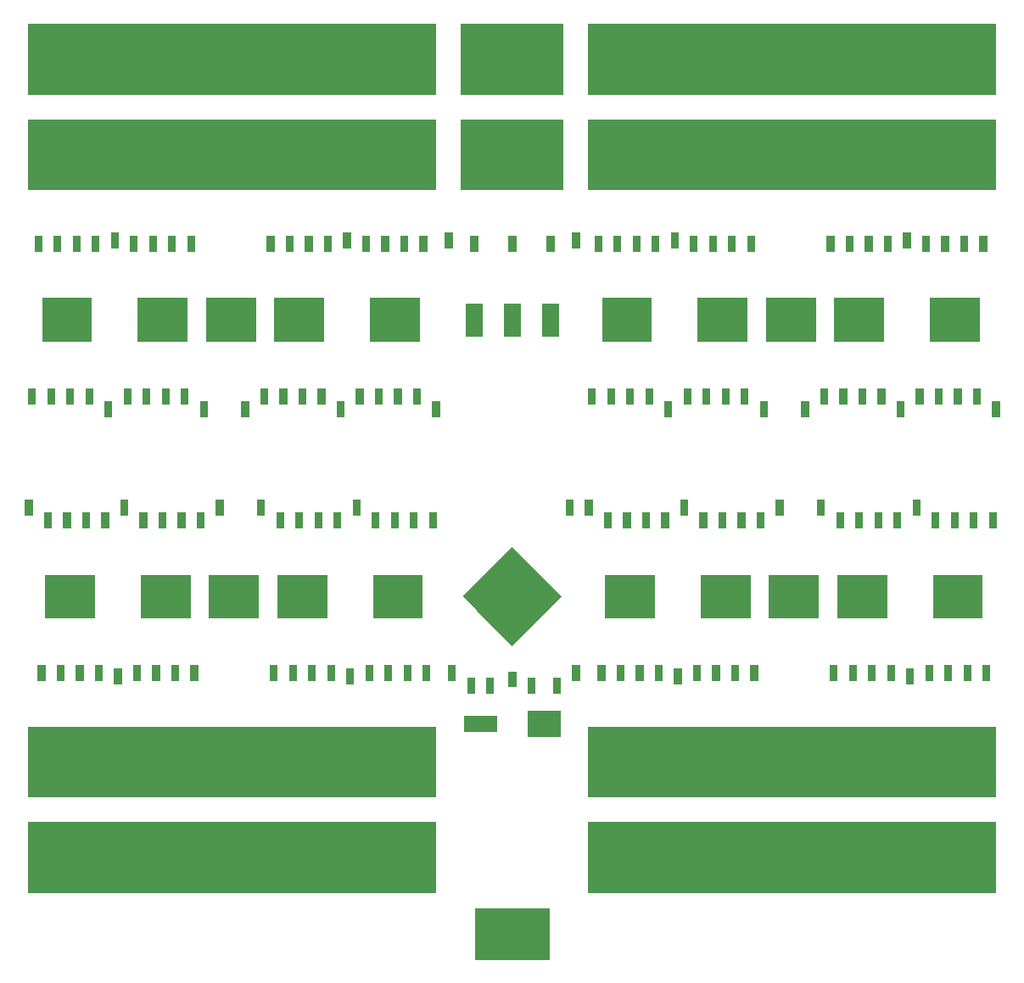
<source format=gbr>
G04 #@! TF.FileFunction,Other,User*
%FSLAX46Y46*%
G04 Gerber Fmt 4.6, Leading zero omitted, Abs format (unit mm)*
G04 Created by KiCad (PCBNEW 0.201511251016+6329~38~ubuntu15.10.1-stable) date tis  1 dec 2015 15:17:35*
%MOMM*%
G01*
G04 APERTURE LIST*
%ADD10C,0.149860*%
%ADD11C,0.100000*%
G04 APERTURE END LIST*
D10*
D11*
G36*
X77775000Y-101302500D02*
X80975000Y-101302500D01*
X80975000Y-103802500D01*
X77775000Y-103802500D01*
X77775000Y-101302500D01*
G37*
X77775000Y-101302500D02*
X80975000Y-101302500D01*
X80975000Y-103802500D01*
X77775000Y-103802500D01*
X77775000Y-101302500D01*
G36*
X79660000Y-55360000D02*
X79660000Y-53860000D01*
X80360000Y-53860000D01*
X80360000Y-55360000D01*
X79660000Y-55360000D01*
G37*
X79660000Y-55360000D02*
X79660000Y-53860000D01*
X80360000Y-53860000D01*
X80360000Y-55360000D01*
X79660000Y-55360000D01*
G36*
X75850000Y-55360000D02*
X75850000Y-53860000D01*
X76550000Y-53860000D01*
X76550000Y-55360000D01*
X75850000Y-55360000D01*
G37*
X75850000Y-55360000D02*
X75850000Y-53860000D01*
X76550000Y-53860000D01*
X76550000Y-55360000D01*
X75850000Y-55360000D01*
G36*
X72040000Y-55360000D02*
X72040000Y-53860000D01*
X72740000Y-53860000D01*
X72740000Y-55360000D01*
X72040000Y-55360000D01*
G37*
X72040000Y-55360000D02*
X72040000Y-53860000D01*
X72740000Y-53860000D01*
X72740000Y-55360000D01*
X72040000Y-55360000D01*
G36*
X71722500Y-99492500D02*
X71722500Y-97992500D01*
X72422500Y-97992500D01*
X72422500Y-99492500D01*
X71722500Y-99492500D01*
G37*
X71722500Y-99492500D02*
X71722500Y-97992500D01*
X72422500Y-97992500D01*
X72422500Y-99492500D01*
X71722500Y-99492500D01*
G36*
X73627500Y-99492500D02*
X73627500Y-97992500D01*
X74327500Y-97992500D01*
X74327500Y-99492500D01*
X73627500Y-99492500D01*
G37*
X73627500Y-99492500D02*
X73627500Y-97992500D01*
X74327500Y-97992500D01*
X74327500Y-99492500D01*
X73627500Y-99492500D01*
G36*
X81565000Y-81712500D02*
X81565000Y-80212500D01*
X82265000Y-80212500D01*
X82265000Y-81712500D01*
X81565000Y-81712500D01*
G37*
X81565000Y-81712500D02*
X81565000Y-80212500D01*
X82265000Y-80212500D01*
X82265000Y-81712500D01*
X81565000Y-81712500D01*
G36*
X34957500Y-53860000D02*
X34957500Y-55360000D01*
X34257500Y-55360000D01*
X34257500Y-53860000D01*
X34957500Y-53860000D01*
G37*
X34957500Y-53860000D02*
X34957500Y-55360000D01*
X34257500Y-55360000D01*
X34257500Y-53860000D01*
X34957500Y-53860000D01*
G36*
X28607500Y-69100000D02*
X28607500Y-70600000D01*
X27907500Y-70600000D01*
X27907500Y-69100000D01*
X28607500Y-69100000D01*
G37*
X28607500Y-69100000D02*
X28607500Y-70600000D01*
X27907500Y-70600000D01*
X27907500Y-69100000D01*
X28607500Y-69100000D01*
G36*
X44482500Y-53860000D02*
X44482500Y-55360000D01*
X43782500Y-55360000D01*
X43782500Y-53860000D01*
X44482500Y-53860000D01*
G37*
X44482500Y-53860000D02*
X44482500Y-55360000D01*
X43782500Y-55360000D01*
X43782500Y-53860000D01*
X44482500Y-53860000D01*
G36*
X38132500Y-69100000D02*
X38132500Y-70600000D01*
X37432500Y-70600000D01*
X37432500Y-69100000D01*
X38132500Y-69100000D01*
G37*
X38132500Y-69100000D02*
X38132500Y-70600000D01*
X37432500Y-70600000D01*
X37432500Y-69100000D01*
X38132500Y-69100000D01*
G36*
X58135000Y-53860000D02*
X58135000Y-55360000D01*
X57435000Y-55360000D01*
X57435000Y-53860000D01*
X58135000Y-53860000D01*
G37*
X58135000Y-53860000D02*
X58135000Y-55360000D01*
X57435000Y-55360000D01*
X57435000Y-53860000D01*
X58135000Y-53860000D01*
G36*
X51785000Y-69100000D02*
X51785000Y-70600000D01*
X51085000Y-70600000D01*
X51085000Y-69100000D01*
X51785000Y-69100000D01*
G37*
X51785000Y-69100000D02*
X51785000Y-70600000D01*
X51085000Y-70600000D01*
X51085000Y-69100000D01*
X51785000Y-69100000D01*
G36*
X67660000Y-53860000D02*
X67660000Y-55360000D01*
X66960000Y-55360000D01*
X66960000Y-53860000D01*
X67660000Y-53860000D01*
G37*
X67660000Y-53860000D02*
X67660000Y-55360000D01*
X66960000Y-55360000D01*
X66960000Y-53860000D01*
X67660000Y-53860000D01*
G36*
X61310000Y-69100000D02*
X61310000Y-70600000D01*
X60610000Y-70600000D01*
X60610000Y-69100000D01*
X61310000Y-69100000D01*
G37*
X61310000Y-69100000D02*
X61310000Y-70600000D01*
X60610000Y-70600000D01*
X60610000Y-69100000D01*
X61310000Y-69100000D01*
G36*
X90837500Y-53860000D02*
X90837500Y-55360000D01*
X90137500Y-55360000D01*
X90137500Y-53860000D01*
X90837500Y-53860000D01*
G37*
X90837500Y-53860000D02*
X90837500Y-55360000D01*
X90137500Y-55360000D01*
X90137500Y-53860000D01*
X90837500Y-53860000D01*
G36*
X84487500Y-69100000D02*
X84487500Y-70600000D01*
X83787500Y-70600000D01*
X83787500Y-69100000D01*
X84487500Y-69100000D01*
G37*
X84487500Y-69100000D02*
X84487500Y-70600000D01*
X83787500Y-70600000D01*
X83787500Y-69100000D01*
X84487500Y-69100000D01*
G36*
X100362500Y-53860000D02*
X100362500Y-55360000D01*
X99662500Y-55360000D01*
X99662500Y-53860000D01*
X100362500Y-53860000D01*
G37*
X100362500Y-53860000D02*
X100362500Y-55360000D01*
X99662500Y-55360000D01*
X99662500Y-53860000D01*
X100362500Y-53860000D01*
G36*
X94012500Y-69100000D02*
X94012500Y-70600000D01*
X93312500Y-70600000D01*
X93312500Y-69100000D01*
X94012500Y-69100000D01*
G37*
X94012500Y-69100000D02*
X94012500Y-70600000D01*
X93312500Y-70600000D01*
X93312500Y-69100000D01*
X94012500Y-69100000D01*
G36*
X114015000Y-53860000D02*
X114015000Y-55360000D01*
X113315000Y-55360000D01*
X113315000Y-53860000D01*
X114015000Y-53860000D01*
G37*
X114015000Y-53860000D02*
X114015000Y-55360000D01*
X113315000Y-55360000D01*
X113315000Y-53860000D01*
X114015000Y-53860000D01*
G36*
X107665000Y-69100000D02*
X107665000Y-70600000D01*
X106965000Y-70600000D01*
X106965000Y-69100000D01*
X107665000Y-69100000D01*
G37*
X107665000Y-69100000D02*
X107665000Y-70600000D01*
X106965000Y-70600000D01*
X106965000Y-69100000D01*
X107665000Y-69100000D01*
G36*
X123540000Y-53860000D02*
X123540000Y-55360000D01*
X122840000Y-55360000D01*
X122840000Y-53860000D01*
X123540000Y-53860000D01*
G37*
X123540000Y-53860000D02*
X123540000Y-55360000D01*
X122840000Y-55360000D01*
X122840000Y-53860000D01*
X123540000Y-53860000D01*
G36*
X117190000Y-69100000D02*
X117190000Y-70600000D01*
X116490000Y-70600000D01*
X116490000Y-69100000D01*
X117190000Y-69100000D01*
G37*
X117190000Y-69100000D02*
X117190000Y-70600000D01*
X116490000Y-70600000D01*
X116490000Y-69100000D01*
X117190000Y-69100000D01*
G36*
X33052500Y-53860000D02*
X33052500Y-55360000D01*
X32352500Y-55360000D01*
X32352500Y-53860000D01*
X33052500Y-53860000D01*
G37*
X33052500Y-53860000D02*
X33052500Y-55360000D01*
X32352500Y-55360000D01*
X32352500Y-53860000D01*
X33052500Y-53860000D01*
G36*
X30512500Y-69100000D02*
X30512500Y-70600000D01*
X29812500Y-70600000D01*
X29812500Y-69100000D01*
X30512500Y-69100000D01*
G37*
X30512500Y-69100000D02*
X30512500Y-70600000D01*
X29812500Y-70600000D01*
X29812500Y-69100000D01*
X30512500Y-69100000D01*
G36*
X42577500Y-53860000D02*
X42577500Y-55360000D01*
X41877500Y-55360000D01*
X41877500Y-53860000D01*
X42577500Y-53860000D01*
G37*
X42577500Y-53860000D02*
X42577500Y-55360000D01*
X41877500Y-55360000D01*
X41877500Y-53860000D01*
X42577500Y-53860000D01*
G36*
X40037500Y-69100000D02*
X40037500Y-70600000D01*
X39337500Y-70600000D01*
X39337500Y-69100000D01*
X40037500Y-69100000D01*
G37*
X40037500Y-69100000D02*
X40037500Y-70600000D01*
X39337500Y-70600000D01*
X39337500Y-69100000D01*
X40037500Y-69100000D01*
G36*
X56230000Y-53860000D02*
X56230000Y-55360000D01*
X55530000Y-55360000D01*
X55530000Y-53860000D01*
X56230000Y-53860000D01*
G37*
X56230000Y-53860000D02*
X56230000Y-55360000D01*
X55530000Y-55360000D01*
X55530000Y-53860000D01*
X56230000Y-53860000D01*
G36*
X53690000Y-69100000D02*
X53690000Y-70600000D01*
X52990000Y-70600000D01*
X52990000Y-69100000D01*
X53690000Y-69100000D01*
G37*
X53690000Y-69100000D02*
X53690000Y-70600000D01*
X52990000Y-70600000D01*
X52990000Y-69100000D01*
X53690000Y-69100000D01*
G36*
X65755000Y-53860000D02*
X65755000Y-55360000D01*
X65055000Y-55360000D01*
X65055000Y-53860000D01*
X65755000Y-53860000D01*
G37*
X65755000Y-53860000D02*
X65755000Y-55360000D01*
X65055000Y-55360000D01*
X65055000Y-53860000D01*
X65755000Y-53860000D01*
G36*
X63215000Y-69100000D02*
X63215000Y-70600000D01*
X62515000Y-70600000D01*
X62515000Y-69100000D01*
X63215000Y-69100000D01*
G37*
X63215000Y-69100000D02*
X63215000Y-70600000D01*
X62515000Y-70600000D01*
X62515000Y-69100000D01*
X63215000Y-69100000D01*
G36*
X88932500Y-53860000D02*
X88932500Y-55360000D01*
X88232500Y-55360000D01*
X88232500Y-53860000D01*
X88932500Y-53860000D01*
G37*
X88932500Y-53860000D02*
X88932500Y-55360000D01*
X88232500Y-55360000D01*
X88232500Y-53860000D01*
X88932500Y-53860000D01*
G36*
X86392500Y-69100000D02*
X86392500Y-70600000D01*
X85692500Y-70600000D01*
X85692500Y-69100000D01*
X86392500Y-69100000D01*
G37*
X86392500Y-69100000D02*
X86392500Y-70600000D01*
X85692500Y-70600000D01*
X85692500Y-69100000D01*
X86392500Y-69100000D01*
G36*
X98457500Y-53860000D02*
X98457500Y-55360000D01*
X97757500Y-55360000D01*
X97757500Y-53860000D01*
X98457500Y-53860000D01*
G37*
X98457500Y-53860000D02*
X98457500Y-55360000D01*
X97757500Y-55360000D01*
X97757500Y-53860000D01*
X98457500Y-53860000D01*
G36*
X95917500Y-69100000D02*
X95917500Y-70600000D01*
X95217500Y-70600000D01*
X95217500Y-69100000D01*
X95917500Y-69100000D01*
G37*
X95917500Y-69100000D02*
X95917500Y-70600000D01*
X95217500Y-70600000D01*
X95217500Y-69100000D01*
X95917500Y-69100000D01*
G36*
X112110000Y-53860000D02*
X112110000Y-55360000D01*
X111410000Y-55360000D01*
X111410000Y-53860000D01*
X112110000Y-53860000D01*
G37*
X112110000Y-53860000D02*
X112110000Y-55360000D01*
X111410000Y-55360000D01*
X111410000Y-53860000D01*
X112110000Y-53860000D01*
G36*
X109570000Y-69100000D02*
X109570000Y-70600000D01*
X108870000Y-70600000D01*
X108870000Y-69100000D01*
X109570000Y-69100000D01*
G37*
X109570000Y-69100000D02*
X109570000Y-70600000D01*
X108870000Y-70600000D01*
X108870000Y-69100000D01*
X109570000Y-69100000D01*
G36*
X121635000Y-53860000D02*
X121635000Y-55360000D01*
X120935000Y-55360000D01*
X120935000Y-53860000D01*
X121635000Y-53860000D01*
G37*
X121635000Y-53860000D02*
X121635000Y-55360000D01*
X120935000Y-55360000D01*
X120935000Y-53860000D01*
X121635000Y-53860000D01*
G36*
X119095000Y-69100000D02*
X119095000Y-70600000D01*
X118395000Y-70600000D01*
X118395000Y-69100000D01*
X119095000Y-69100000D01*
G37*
X119095000Y-69100000D02*
X119095000Y-70600000D01*
X118395000Y-70600000D01*
X118395000Y-69100000D01*
X119095000Y-69100000D01*
G36*
X31147500Y-53860000D02*
X31147500Y-55360000D01*
X30447500Y-55360000D01*
X30447500Y-53860000D01*
X31147500Y-53860000D01*
G37*
X31147500Y-53860000D02*
X31147500Y-55360000D01*
X30447500Y-55360000D01*
X30447500Y-53860000D01*
X31147500Y-53860000D01*
G36*
X32417500Y-69100000D02*
X32417500Y-70600000D01*
X31717500Y-70600000D01*
X31717500Y-69100000D01*
X32417500Y-69100000D01*
G37*
X32417500Y-69100000D02*
X32417500Y-70600000D01*
X31717500Y-70600000D01*
X31717500Y-69100000D01*
X32417500Y-69100000D01*
G36*
X40672500Y-53860000D02*
X40672500Y-55360000D01*
X39972500Y-55360000D01*
X39972500Y-53860000D01*
X40672500Y-53860000D01*
G37*
X40672500Y-53860000D02*
X40672500Y-55360000D01*
X39972500Y-55360000D01*
X39972500Y-53860000D01*
X40672500Y-53860000D01*
G36*
X41942500Y-69100000D02*
X41942500Y-70600000D01*
X41242500Y-70600000D01*
X41242500Y-69100000D01*
X41942500Y-69100000D01*
G37*
X41942500Y-69100000D02*
X41942500Y-70600000D01*
X41242500Y-70600000D01*
X41242500Y-69100000D01*
X41942500Y-69100000D01*
G36*
X54325000Y-53860000D02*
X54325000Y-55360000D01*
X53625000Y-55360000D01*
X53625000Y-53860000D01*
X54325000Y-53860000D01*
G37*
X54325000Y-53860000D02*
X54325000Y-55360000D01*
X53625000Y-55360000D01*
X53625000Y-53860000D01*
X54325000Y-53860000D01*
G36*
X55595000Y-69100000D02*
X55595000Y-70600000D01*
X54895000Y-70600000D01*
X54895000Y-69100000D01*
X55595000Y-69100000D01*
G37*
X55595000Y-69100000D02*
X55595000Y-70600000D01*
X54895000Y-70600000D01*
X54895000Y-69100000D01*
X55595000Y-69100000D01*
G36*
X63850000Y-53860000D02*
X63850000Y-55360000D01*
X63150000Y-55360000D01*
X63150000Y-53860000D01*
X63850000Y-53860000D01*
G37*
X63850000Y-53860000D02*
X63850000Y-55360000D01*
X63150000Y-55360000D01*
X63150000Y-53860000D01*
X63850000Y-53860000D01*
G36*
X65120000Y-69100000D02*
X65120000Y-70600000D01*
X64420000Y-70600000D01*
X64420000Y-69100000D01*
X65120000Y-69100000D01*
G37*
X65120000Y-69100000D02*
X65120000Y-70600000D01*
X64420000Y-70600000D01*
X64420000Y-69100000D01*
X65120000Y-69100000D01*
G36*
X87027500Y-53860000D02*
X87027500Y-55360000D01*
X86327500Y-55360000D01*
X86327500Y-53860000D01*
X87027500Y-53860000D01*
G37*
X87027500Y-53860000D02*
X87027500Y-55360000D01*
X86327500Y-55360000D01*
X86327500Y-53860000D01*
X87027500Y-53860000D01*
G36*
X88297500Y-69100000D02*
X88297500Y-70600000D01*
X87597500Y-70600000D01*
X87597500Y-69100000D01*
X88297500Y-69100000D01*
G37*
X88297500Y-69100000D02*
X88297500Y-70600000D01*
X87597500Y-70600000D01*
X87597500Y-69100000D01*
X88297500Y-69100000D01*
G36*
X96552500Y-53860000D02*
X96552500Y-55360000D01*
X95852500Y-55360000D01*
X95852500Y-53860000D01*
X96552500Y-53860000D01*
G37*
X96552500Y-53860000D02*
X96552500Y-55360000D01*
X95852500Y-55360000D01*
X95852500Y-53860000D01*
X96552500Y-53860000D01*
G36*
X97822500Y-69100000D02*
X97822500Y-70600000D01*
X97122500Y-70600000D01*
X97122500Y-69100000D01*
X97822500Y-69100000D01*
G37*
X97822500Y-69100000D02*
X97822500Y-70600000D01*
X97122500Y-70600000D01*
X97122500Y-69100000D01*
X97822500Y-69100000D01*
G36*
X110205000Y-53860000D02*
X110205000Y-55360000D01*
X109505000Y-55360000D01*
X109505000Y-53860000D01*
X110205000Y-53860000D01*
G37*
X110205000Y-53860000D02*
X110205000Y-55360000D01*
X109505000Y-55360000D01*
X109505000Y-53860000D01*
X110205000Y-53860000D01*
G36*
X111475000Y-69100000D02*
X111475000Y-70600000D01*
X110775000Y-70600000D01*
X110775000Y-69100000D01*
X111475000Y-69100000D01*
G37*
X111475000Y-69100000D02*
X111475000Y-70600000D01*
X110775000Y-70600000D01*
X110775000Y-69100000D01*
X111475000Y-69100000D01*
G36*
X119730000Y-53860000D02*
X119730000Y-55360000D01*
X119030000Y-55360000D01*
X119030000Y-53860000D01*
X119730000Y-53860000D01*
G37*
X119730000Y-53860000D02*
X119730000Y-55360000D01*
X119030000Y-55360000D01*
X119030000Y-53860000D01*
X119730000Y-53860000D01*
G36*
X121000000Y-69100000D02*
X121000000Y-70600000D01*
X120300000Y-70600000D01*
X120300000Y-69100000D01*
X121000000Y-69100000D01*
G37*
X121000000Y-69100000D02*
X121000000Y-70600000D01*
X120300000Y-70600000D01*
X120300000Y-69100000D01*
X121000000Y-69100000D01*
G36*
X29242500Y-53860000D02*
X29242500Y-55360000D01*
X28542500Y-55360000D01*
X28542500Y-53860000D01*
X29242500Y-53860000D01*
G37*
X29242500Y-53860000D02*
X29242500Y-55360000D01*
X28542500Y-55360000D01*
X28542500Y-53860000D01*
X29242500Y-53860000D01*
G36*
X34322500Y-69100000D02*
X34322500Y-70600000D01*
X33622500Y-70600000D01*
X33622500Y-69100000D01*
X34322500Y-69100000D01*
G37*
X34322500Y-69100000D02*
X34322500Y-70600000D01*
X33622500Y-70600000D01*
X33622500Y-69100000D01*
X34322500Y-69100000D01*
G36*
X38767500Y-53860000D02*
X38767500Y-55360000D01*
X38067500Y-55360000D01*
X38067500Y-53860000D01*
X38767500Y-53860000D01*
G37*
X38767500Y-53860000D02*
X38767500Y-55360000D01*
X38067500Y-55360000D01*
X38067500Y-53860000D01*
X38767500Y-53860000D01*
G36*
X43847500Y-69100000D02*
X43847500Y-70600000D01*
X43147500Y-70600000D01*
X43147500Y-69100000D01*
X43847500Y-69100000D01*
G37*
X43847500Y-69100000D02*
X43847500Y-70600000D01*
X43147500Y-70600000D01*
X43147500Y-69100000D01*
X43847500Y-69100000D01*
G36*
X52420000Y-53860000D02*
X52420000Y-55360000D01*
X51720000Y-55360000D01*
X51720000Y-53860000D01*
X52420000Y-53860000D01*
G37*
X52420000Y-53860000D02*
X52420000Y-55360000D01*
X51720000Y-55360000D01*
X51720000Y-53860000D01*
X52420000Y-53860000D01*
G36*
X57500000Y-69100000D02*
X57500000Y-70600000D01*
X56800000Y-70600000D01*
X56800000Y-69100000D01*
X57500000Y-69100000D01*
G37*
X57500000Y-69100000D02*
X57500000Y-70600000D01*
X56800000Y-70600000D01*
X56800000Y-69100000D01*
X57500000Y-69100000D01*
G36*
X61945000Y-53860000D02*
X61945000Y-55360000D01*
X61245000Y-55360000D01*
X61245000Y-53860000D01*
X61945000Y-53860000D01*
G37*
X61945000Y-53860000D02*
X61945000Y-55360000D01*
X61245000Y-55360000D01*
X61245000Y-53860000D01*
X61945000Y-53860000D01*
G36*
X67025000Y-69100000D02*
X67025000Y-70600000D01*
X66325000Y-70600000D01*
X66325000Y-69100000D01*
X67025000Y-69100000D01*
G37*
X67025000Y-69100000D02*
X67025000Y-70600000D01*
X66325000Y-70600000D01*
X66325000Y-69100000D01*
X67025000Y-69100000D01*
G36*
X85122500Y-53860000D02*
X85122500Y-55360000D01*
X84422500Y-55360000D01*
X84422500Y-53860000D01*
X85122500Y-53860000D01*
G37*
X85122500Y-53860000D02*
X85122500Y-55360000D01*
X84422500Y-55360000D01*
X84422500Y-53860000D01*
X85122500Y-53860000D01*
G36*
X90202500Y-69100000D02*
X90202500Y-70600000D01*
X89502500Y-70600000D01*
X89502500Y-69100000D01*
X90202500Y-69100000D01*
G37*
X90202500Y-69100000D02*
X90202500Y-70600000D01*
X89502500Y-70600000D01*
X89502500Y-69100000D01*
X90202500Y-69100000D01*
G36*
X94647500Y-53860000D02*
X94647500Y-55360000D01*
X93947500Y-55360000D01*
X93947500Y-53860000D01*
X94647500Y-53860000D01*
G37*
X94647500Y-53860000D02*
X94647500Y-55360000D01*
X93947500Y-55360000D01*
X93947500Y-53860000D01*
X94647500Y-53860000D01*
G36*
X99727500Y-69100000D02*
X99727500Y-70600000D01*
X99027500Y-70600000D01*
X99027500Y-69100000D01*
X99727500Y-69100000D01*
G37*
X99727500Y-69100000D02*
X99727500Y-70600000D01*
X99027500Y-70600000D01*
X99027500Y-69100000D01*
X99727500Y-69100000D01*
G36*
X108300000Y-53860000D02*
X108300000Y-55360000D01*
X107600000Y-55360000D01*
X107600000Y-53860000D01*
X108300000Y-53860000D01*
G37*
X108300000Y-53860000D02*
X108300000Y-55360000D01*
X107600000Y-55360000D01*
X107600000Y-53860000D01*
X108300000Y-53860000D01*
G36*
X117825000Y-53860000D02*
X117825000Y-55360000D01*
X117125000Y-55360000D01*
X117125000Y-53860000D01*
X117825000Y-53860000D01*
G37*
X117825000Y-53860000D02*
X117825000Y-55360000D01*
X117125000Y-55360000D01*
X117125000Y-53860000D01*
X117825000Y-53860000D01*
G36*
X122905000Y-69100000D02*
X122905000Y-70600000D01*
X122205000Y-70600000D01*
X122205000Y-69100000D01*
X122905000Y-69100000D01*
G37*
X122905000Y-69100000D02*
X122905000Y-70600000D01*
X122205000Y-70600000D01*
X122205000Y-69100000D01*
X122905000Y-69100000D01*
G36*
X30195000Y-81482500D02*
X30195000Y-82982500D01*
X29495000Y-82982500D01*
X29495000Y-81482500D01*
X30195000Y-81482500D01*
G37*
X30195000Y-81482500D02*
X30195000Y-82982500D01*
X29495000Y-82982500D01*
X29495000Y-81482500D01*
X30195000Y-81482500D01*
G36*
X35275000Y-96722500D02*
X35275000Y-98222500D01*
X34575000Y-98222500D01*
X34575000Y-96722500D01*
X35275000Y-96722500D01*
G37*
X35275000Y-96722500D02*
X35275000Y-98222500D01*
X34575000Y-98222500D01*
X34575000Y-96722500D01*
X35275000Y-96722500D01*
G36*
X39720000Y-81482500D02*
X39720000Y-82982500D01*
X39020000Y-82982500D01*
X39020000Y-81482500D01*
X39720000Y-81482500D01*
G37*
X39720000Y-81482500D02*
X39720000Y-82982500D01*
X39020000Y-82982500D01*
X39020000Y-81482500D01*
X39720000Y-81482500D01*
G36*
X44800000Y-96722500D02*
X44800000Y-98222500D01*
X44100000Y-98222500D01*
X44100000Y-96722500D01*
X44800000Y-96722500D01*
G37*
X44800000Y-96722500D02*
X44800000Y-98222500D01*
X44100000Y-98222500D01*
X44100000Y-96722500D01*
X44800000Y-96722500D01*
G36*
X53372500Y-81482500D02*
X53372500Y-82982500D01*
X52672500Y-82982500D01*
X52672500Y-81482500D01*
X53372500Y-81482500D01*
G37*
X53372500Y-81482500D02*
X53372500Y-82982500D01*
X52672500Y-82982500D01*
X52672500Y-81482500D01*
X53372500Y-81482500D01*
G36*
X58452500Y-96722500D02*
X58452500Y-98222500D01*
X57752500Y-98222500D01*
X57752500Y-96722500D01*
X58452500Y-96722500D01*
G37*
X58452500Y-96722500D02*
X58452500Y-98222500D01*
X57752500Y-98222500D01*
X57752500Y-96722500D01*
X58452500Y-96722500D01*
G36*
X62897500Y-81482500D02*
X62897500Y-82982500D01*
X62197500Y-82982500D01*
X62197500Y-81482500D01*
X62897500Y-81482500D01*
G37*
X62897500Y-81482500D02*
X62897500Y-82982500D01*
X62197500Y-82982500D01*
X62197500Y-81482500D01*
X62897500Y-81482500D01*
G36*
X67977500Y-96722500D02*
X67977500Y-98222500D01*
X67277500Y-98222500D01*
X67277500Y-96722500D01*
X67977500Y-96722500D01*
G37*
X67977500Y-96722500D02*
X67977500Y-98222500D01*
X67277500Y-98222500D01*
X67277500Y-96722500D01*
X67977500Y-96722500D01*
G36*
X86075000Y-81482500D02*
X86075000Y-82982500D01*
X85375000Y-82982500D01*
X85375000Y-81482500D01*
X86075000Y-81482500D01*
G37*
X86075000Y-81482500D02*
X86075000Y-82982500D01*
X85375000Y-82982500D01*
X85375000Y-81482500D01*
X86075000Y-81482500D01*
G36*
X91155000Y-96722500D02*
X91155000Y-98222500D01*
X90455000Y-98222500D01*
X90455000Y-96722500D01*
X91155000Y-96722500D01*
G37*
X91155000Y-96722500D02*
X91155000Y-98222500D01*
X90455000Y-98222500D01*
X90455000Y-96722500D01*
X91155000Y-96722500D01*
G36*
X95600000Y-81482500D02*
X95600000Y-82982500D01*
X94900000Y-82982500D01*
X94900000Y-81482500D01*
X95600000Y-81482500D01*
G37*
X95600000Y-81482500D02*
X95600000Y-82982500D01*
X94900000Y-82982500D01*
X94900000Y-81482500D01*
X95600000Y-81482500D01*
G36*
X100680000Y-96722500D02*
X100680000Y-98222500D01*
X99980000Y-98222500D01*
X99980000Y-96722500D01*
X100680000Y-96722500D01*
G37*
X100680000Y-96722500D02*
X100680000Y-98222500D01*
X99980000Y-98222500D01*
X99980000Y-96722500D01*
X100680000Y-96722500D01*
G36*
X109252500Y-81482500D02*
X109252500Y-82982500D01*
X108552500Y-82982500D01*
X108552500Y-81482500D01*
X109252500Y-81482500D01*
G37*
X109252500Y-81482500D02*
X109252500Y-82982500D01*
X108552500Y-82982500D01*
X108552500Y-81482500D01*
X109252500Y-81482500D01*
G36*
X114332500Y-96722500D02*
X114332500Y-98222500D01*
X113632500Y-98222500D01*
X113632500Y-96722500D01*
X114332500Y-96722500D01*
G37*
X114332500Y-96722500D02*
X114332500Y-98222500D01*
X113632500Y-98222500D01*
X113632500Y-96722500D01*
X114332500Y-96722500D01*
G36*
X118777500Y-81482500D02*
X118777500Y-82982500D01*
X118077500Y-82982500D01*
X118077500Y-81482500D01*
X118777500Y-81482500D01*
G37*
X118777500Y-81482500D02*
X118777500Y-82982500D01*
X118077500Y-82982500D01*
X118077500Y-81482500D01*
X118777500Y-81482500D01*
G36*
X123857500Y-96722500D02*
X123857500Y-98222500D01*
X123157500Y-98222500D01*
X123157500Y-96722500D01*
X123857500Y-96722500D01*
G37*
X123857500Y-96722500D02*
X123857500Y-98222500D01*
X123157500Y-98222500D01*
X123157500Y-96722500D01*
X123857500Y-96722500D01*
G36*
X32100000Y-81482500D02*
X32100000Y-82982500D01*
X31400000Y-82982500D01*
X31400000Y-81482500D01*
X32100000Y-81482500D01*
G37*
X32100000Y-81482500D02*
X32100000Y-82982500D01*
X31400000Y-82982500D01*
X31400000Y-81482500D01*
X32100000Y-81482500D01*
G36*
X33370000Y-96722500D02*
X33370000Y-98222500D01*
X32670000Y-98222500D01*
X32670000Y-96722500D01*
X33370000Y-96722500D01*
G37*
X33370000Y-96722500D02*
X33370000Y-98222500D01*
X32670000Y-98222500D01*
X32670000Y-96722500D01*
X33370000Y-96722500D01*
G36*
X41625000Y-81482500D02*
X41625000Y-82982500D01*
X40925000Y-82982500D01*
X40925000Y-81482500D01*
X41625000Y-81482500D01*
G37*
X41625000Y-81482500D02*
X41625000Y-82982500D01*
X40925000Y-82982500D01*
X40925000Y-81482500D01*
X41625000Y-81482500D01*
G36*
X42895000Y-96722500D02*
X42895000Y-98222500D01*
X42195000Y-98222500D01*
X42195000Y-96722500D01*
X42895000Y-96722500D01*
G37*
X42895000Y-96722500D02*
X42895000Y-98222500D01*
X42195000Y-98222500D01*
X42195000Y-96722500D01*
X42895000Y-96722500D01*
G36*
X55277500Y-81482500D02*
X55277500Y-82982500D01*
X54577500Y-82982500D01*
X54577500Y-81482500D01*
X55277500Y-81482500D01*
G37*
X55277500Y-81482500D02*
X55277500Y-82982500D01*
X54577500Y-82982500D01*
X54577500Y-81482500D01*
X55277500Y-81482500D01*
G36*
X56547500Y-96722500D02*
X56547500Y-98222500D01*
X55847500Y-98222500D01*
X55847500Y-96722500D01*
X56547500Y-96722500D01*
G37*
X56547500Y-96722500D02*
X56547500Y-98222500D01*
X55847500Y-98222500D01*
X55847500Y-96722500D01*
X56547500Y-96722500D01*
G36*
X64802500Y-81482500D02*
X64802500Y-82982500D01*
X64102500Y-82982500D01*
X64102500Y-81482500D01*
X64802500Y-81482500D01*
G37*
X64802500Y-81482500D02*
X64802500Y-82982500D01*
X64102500Y-82982500D01*
X64102500Y-81482500D01*
X64802500Y-81482500D01*
G36*
X66072500Y-96722500D02*
X66072500Y-98222500D01*
X65372500Y-98222500D01*
X65372500Y-96722500D01*
X66072500Y-96722500D01*
G37*
X66072500Y-96722500D02*
X66072500Y-98222500D01*
X65372500Y-98222500D01*
X65372500Y-96722500D01*
X66072500Y-96722500D01*
G36*
X87980000Y-81482500D02*
X87980000Y-82982500D01*
X87280000Y-82982500D01*
X87280000Y-81482500D01*
X87980000Y-81482500D01*
G37*
X87980000Y-81482500D02*
X87980000Y-82982500D01*
X87280000Y-82982500D01*
X87280000Y-81482500D01*
X87980000Y-81482500D01*
G36*
X89250000Y-96722500D02*
X89250000Y-98222500D01*
X88550000Y-98222500D01*
X88550000Y-96722500D01*
X89250000Y-96722500D01*
G37*
X89250000Y-96722500D02*
X89250000Y-98222500D01*
X88550000Y-98222500D01*
X88550000Y-96722500D01*
X89250000Y-96722500D01*
G36*
X97505000Y-81482500D02*
X97505000Y-82982500D01*
X96805000Y-82982500D01*
X96805000Y-81482500D01*
X97505000Y-81482500D01*
G37*
X97505000Y-81482500D02*
X97505000Y-82982500D01*
X96805000Y-82982500D01*
X96805000Y-81482500D01*
X97505000Y-81482500D01*
G36*
X98775000Y-96722500D02*
X98775000Y-98222500D01*
X98075000Y-98222500D01*
X98075000Y-96722500D01*
X98775000Y-96722500D01*
G37*
X98775000Y-96722500D02*
X98775000Y-98222500D01*
X98075000Y-98222500D01*
X98075000Y-96722500D01*
X98775000Y-96722500D01*
G36*
X111157500Y-81482500D02*
X111157500Y-82982500D01*
X110457500Y-82982500D01*
X110457500Y-81482500D01*
X111157500Y-81482500D01*
G37*
X111157500Y-81482500D02*
X111157500Y-82982500D01*
X110457500Y-82982500D01*
X110457500Y-81482500D01*
X111157500Y-81482500D01*
G36*
X112427500Y-96722500D02*
X112427500Y-98222500D01*
X111727500Y-98222500D01*
X111727500Y-96722500D01*
X112427500Y-96722500D01*
G37*
X112427500Y-96722500D02*
X112427500Y-98222500D01*
X111727500Y-98222500D01*
X111727500Y-96722500D01*
X112427500Y-96722500D01*
G36*
X120682500Y-81482500D02*
X120682500Y-82982500D01*
X119982500Y-82982500D01*
X119982500Y-81482500D01*
X120682500Y-81482500D01*
G37*
X120682500Y-81482500D02*
X120682500Y-82982500D01*
X119982500Y-82982500D01*
X119982500Y-81482500D01*
X120682500Y-81482500D01*
G36*
X121952500Y-96722500D02*
X121952500Y-98222500D01*
X121252500Y-98222500D01*
X121252500Y-96722500D01*
X121952500Y-96722500D01*
G37*
X121952500Y-96722500D02*
X121952500Y-98222500D01*
X121252500Y-98222500D01*
X121252500Y-96722500D01*
X121952500Y-96722500D01*
G36*
X34005000Y-81482500D02*
X34005000Y-82982500D01*
X33305000Y-82982500D01*
X33305000Y-81482500D01*
X34005000Y-81482500D01*
G37*
X34005000Y-81482500D02*
X34005000Y-82982500D01*
X33305000Y-82982500D01*
X33305000Y-81482500D01*
X34005000Y-81482500D01*
G36*
X31465000Y-96722500D02*
X31465000Y-98222500D01*
X30765000Y-98222500D01*
X30765000Y-96722500D01*
X31465000Y-96722500D01*
G37*
X31465000Y-96722500D02*
X31465000Y-98222500D01*
X30765000Y-98222500D01*
X30765000Y-96722500D01*
X31465000Y-96722500D01*
G36*
X43530000Y-81482500D02*
X43530000Y-82982500D01*
X42830000Y-82982500D01*
X42830000Y-81482500D01*
X43530000Y-81482500D01*
G37*
X43530000Y-81482500D02*
X43530000Y-82982500D01*
X42830000Y-82982500D01*
X42830000Y-81482500D01*
X43530000Y-81482500D01*
G36*
X40990000Y-96722500D02*
X40990000Y-98222500D01*
X40290000Y-98222500D01*
X40290000Y-96722500D01*
X40990000Y-96722500D01*
G37*
X40990000Y-96722500D02*
X40990000Y-98222500D01*
X40290000Y-98222500D01*
X40290000Y-96722500D01*
X40990000Y-96722500D01*
G36*
X57182500Y-81482500D02*
X57182500Y-82982500D01*
X56482500Y-82982500D01*
X56482500Y-81482500D01*
X57182500Y-81482500D01*
G37*
X57182500Y-81482500D02*
X57182500Y-82982500D01*
X56482500Y-82982500D01*
X56482500Y-81482500D01*
X57182500Y-81482500D01*
G36*
X54642500Y-96722500D02*
X54642500Y-98222500D01*
X53942500Y-98222500D01*
X53942500Y-96722500D01*
X54642500Y-96722500D01*
G37*
X54642500Y-96722500D02*
X54642500Y-98222500D01*
X53942500Y-98222500D01*
X53942500Y-96722500D01*
X54642500Y-96722500D01*
G36*
X66707500Y-81482500D02*
X66707500Y-82982500D01*
X66007500Y-82982500D01*
X66007500Y-81482500D01*
X66707500Y-81482500D01*
G37*
X66707500Y-81482500D02*
X66707500Y-82982500D01*
X66007500Y-82982500D01*
X66007500Y-81482500D01*
X66707500Y-81482500D01*
G36*
X64167500Y-96722500D02*
X64167500Y-98222500D01*
X63467500Y-98222500D01*
X63467500Y-96722500D01*
X64167500Y-96722500D01*
G37*
X64167500Y-96722500D02*
X64167500Y-98222500D01*
X63467500Y-98222500D01*
X63467500Y-96722500D01*
X64167500Y-96722500D01*
G36*
X89885000Y-81482500D02*
X89885000Y-82982500D01*
X89185000Y-82982500D01*
X89185000Y-81482500D01*
X89885000Y-81482500D01*
G37*
X89885000Y-81482500D02*
X89885000Y-82982500D01*
X89185000Y-82982500D01*
X89185000Y-81482500D01*
X89885000Y-81482500D01*
G36*
X87345000Y-96722500D02*
X87345000Y-98222500D01*
X86645000Y-98222500D01*
X86645000Y-96722500D01*
X87345000Y-96722500D01*
G37*
X87345000Y-96722500D02*
X87345000Y-98222500D01*
X86645000Y-98222500D01*
X86645000Y-96722500D01*
X87345000Y-96722500D01*
G36*
X99410000Y-81482500D02*
X99410000Y-82982500D01*
X98710000Y-82982500D01*
X98710000Y-81482500D01*
X99410000Y-81482500D01*
G37*
X99410000Y-81482500D02*
X99410000Y-82982500D01*
X98710000Y-82982500D01*
X98710000Y-81482500D01*
X99410000Y-81482500D01*
G36*
X96870000Y-96722500D02*
X96870000Y-98222500D01*
X96170000Y-98222500D01*
X96170000Y-96722500D01*
X96870000Y-96722500D01*
G37*
X96870000Y-96722500D02*
X96870000Y-98222500D01*
X96170000Y-98222500D01*
X96170000Y-96722500D01*
X96870000Y-96722500D01*
G36*
X113062500Y-81482500D02*
X113062500Y-82982500D01*
X112362500Y-82982500D01*
X112362500Y-81482500D01*
X113062500Y-81482500D01*
G37*
X113062500Y-81482500D02*
X113062500Y-82982500D01*
X112362500Y-82982500D01*
X112362500Y-81482500D01*
X113062500Y-81482500D01*
G36*
X110522500Y-96722500D02*
X110522500Y-98222500D01*
X109822500Y-98222500D01*
X109822500Y-96722500D01*
X110522500Y-96722500D01*
G37*
X110522500Y-96722500D02*
X110522500Y-98222500D01*
X109822500Y-98222500D01*
X109822500Y-96722500D01*
X110522500Y-96722500D01*
G36*
X122587500Y-81482500D02*
X122587500Y-82982500D01*
X121887500Y-82982500D01*
X121887500Y-81482500D01*
X122587500Y-81482500D01*
G37*
X122587500Y-81482500D02*
X122587500Y-82982500D01*
X121887500Y-82982500D01*
X121887500Y-81482500D01*
X122587500Y-81482500D01*
G36*
X120047500Y-96722500D02*
X120047500Y-98222500D01*
X119347500Y-98222500D01*
X119347500Y-96722500D01*
X120047500Y-96722500D01*
G37*
X120047500Y-96722500D02*
X120047500Y-98222500D01*
X119347500Y-98222500D01*
X119347500Y-96722500D01*
X120047500Y-96722500D01*
G36*
X35910000Y-81482500D02*
X35910000Y-82982500D01*
X35210000Y-82982500D01*
X35210000Y-81482500D01*
X35910000Y-81482500D01*
G37*
X35910000Y-81482500D02*
X35910000Y-82982500D01*
X35210000Y-82982500D01*
X35210000Y-81482500D01*
X35910000Y-81482500D01*
G36*
X29560000Y-96722500D02*
X29560000Y-98222500D01*
X28860000Y-98222500D01*
X28860000Y-96722500D01*
X29560000Y-96722500D01*
G37*
X29560000Y-96722500D02*
X29560000Y-98222500D01*
X28860000Y-98222500D01*
X28860000Y-96722500D01*
X29560000Y-96722500D01*
G36*
X45435000Y-81482500D02*
X45435000Y-82982500D01*
X44735000Y-82982500D01*
X44735000Y-81482500D01*
X45435000Y-81482500D01*
G37*
X45435000Y-81482500D02*
X45435000Y-82982500D01*
X44735000Y-82982500D01*
X44735000Y-81482500D01*
X45435000Y-81482500D01*
G36*
X39085000Y-96722500D02*
X39085000Y-98222500D01*
X38385000Y-98222500D01*
X38385000Y-96722500D01*
X39085000Y-96722500D01*
G37*
X39085000Y-96722500D02*
X39085000Y-98222500D01*
X38385000Y-98222500D01*
X38385000Y-96722500D01*
X39085000Y-96722500D01*
G36*
X59087500Y-81482500D02*
X59087500Y-82982500D01*
X58387500Y-82982500D01*
X58387500Y-81482500D01*
X59087500Y-81482500D01*
G37*
X59087500Y-81482500D02*
X59087500Y-82982500D01*
X58387500Y-82982500D01*
X58387500Y-81482500D01*
X59087500Y-81482500D01*
G36*
X52737500Y-96722500D02*
X52737500Y-98222500D01*
X52037500Y-98222500D01*
X52037500Y-96722500D01*
X52737500Y-96722500D01*
G37*
X52737500Y-96722500D02*
X52737500Y-98222500D01*
X52037500Y-98222500D01*
X52037500Y-96722500D01*
X52737500Y-96722500D01*
G36*
X68612500Y-81482500D02*
X68612500Y-82982500D01*
X67912500Y-82982500D01*
X67912500Y-81482500D01*
X68612500Y-81482500D01*
G37*
X68612500Y-81482500D02*
X68612500Y-82982500D01*
X67912500Y-82982500D01*
X67912500Y-81482500D01*
X68612500Y-81482500D01*
G36*
X62262500Y-96722500D02*
X62262500Y-98222500D01*
X61562500Y-98222500D01*
X61562500Y-96722500D01*
X62262500Y-96722500D01*
G37*
X62262500Y-96722500D02*
X62262500Y-98222500D01*
X61562500Y-98222500D01*
X61562500Y-96722500D01*
X62262500Y-96722500D01*
G36*
X91790000Y-81482500D02*
X91790000Y-82982500D01*
X91090000Y-82982500D01*
X91090000Y-81482500D01*
X91790000Y-81482500D01*
G37*
X91790000Y-81482500D02*
X91790000Y-82982500D01*
X91090000Y-82982500D01*
X91090000Y-81482500D01*
X91790000Y-81482500D01*
G36*
X85440000Y-96722500D02*
X85440000Y-98222500D01*
X84740000Y-98222500D01*
X84740000Y-96722500D01*
X85440000Y-96722500D01*
G37*
X85440000Y-96722500D02*
X85440000Y-98222500D01*
X84740000Y-98222500D01*
X84740000Y-96722500D01*
X85440000Y-96722500D01*
G36*
X101315000Y-81482500D02*
X101315000Y-82982500D01*
X100615000Y-82982500D01*
X100615000Y-81482500D01*
X101315000Y-81482500D01*
G37*
X101315000Y-81482500D02*
X101315000Y-82982500D01*
X100615000Y-82982500D01*
X100615000Y-81482500D01*
X101315000Y-81482500D01*
G36*
X94965000Y-96722500D02*
X94965000Y-98222500D01*
X94265000Y-98222500D01*
X94265000Y-96722500D01*
X94965000Y-96722500D01*
G37*
X94965000Y-96722500D02*
X94965000Y-98222500D01*
X94265000Y-98222500D01*
X94265000Y-96722500D01*
X94965000Y-96722500D01*
G36*
X114967500Y-81482500D02*
X114967500Y-82982500D01*
X114267500Y-82982500D01*
X114267500Y-81482500D01*
X114967500Y-81482500D01*
G37*
X114967500Y-81482500D02*
X114967500Y-82982500D01*
X114267500Y-82982500D01*
X114267500Y-81482500D01*
X114967500Y-81482500D01*
G36*
X108617500Y-96722500D02*
X108617500Y-98222500D01*
X107917500Y-98222500D01*
X107917500Y-96722500D01*
X108617500Y-96722500D01*
G37*
X108617500Y-96722500D02*
X108617500Y-98222500D01*
X107917500Y-98222500D01*
X107917500Y-96722500D01*
X108617500Y-96722500D01*
G36*
X124492500Y-81482500D02*
X124492500Y-82982500D01*
X123792500Y-82982500D01*
X123792500Y-81482500D01*
X124492500Y-81482500D01*
G37*
X124492500Y-81482500D02*
X124492500Y-82982500D01*
X123792500Y-82982500D01*
X123792500Y-81482500D01*
X124492500Y-81482500D01*
G36*
X118142500Y-96722500D02*
X118142500Y-98222500D01*
X117442500Y-98222500D01*
X117442500Y-96722500D01*
X118142500Y-96722500D01*
G37*
X118142500Y-96722500D02*
X118142500Y-98222500D01*
X117442500Y-98222500D01*
X117442500Y-96722500D01*
X118142500Y-96722500D01*
G36*
X113380000Y-69100000D02*
X113380000Y-70600000D01*
X112680000Y-70600000D01*
X112680000Y-69100000D01*
X113380000Y-69100000D01*
G37*
X113380000Y-69100000D02*
X113380000Y-70600000D01*
X112680000Y-70600000D01*
X112680000Y-69100000D01*
X113380000Y-69100000D01*
G36*
X81079037Y-89852500D02*
X76200000Y-94731537D01*
X71320963Y-89852500D01*
X76200000Y-84973463D01*
X81079037Y-89852500D01*
G37*
X81079037Y-89852500D02*
X76200000Y-94731537D01*
X71320963Y-89852500D01*
X76200000Y-84973463D01*
X81079037Y-89852500D01*
G36*
X27940000Y-109855000D02*
X68580000Y-109855000D01*
X68580000Y-102870000D01*
X27940000Y-102870000D01*
X27940000Y-109855000D01*
G37*
X27940000Y-109855000D02*
X68580000Y-109855000D01*
X68580000Y-102870000D01*
X27940000Y-102870000D01*
X27940000Y-109855000D01*
G36*
X27940000Y-119380000D02*
X68580000Y-119380000D01*
X68580000Y-112395000D01*
X27940000Y-112395000D01*
X27940000Y-119380000D01*
G37*
X27940000Y-119380000D02*
X68580000Y-119380000D01*
X68580000Y-112395000D01*
X27940000Y-112395000D01*
X27940000Y-119380000D01*
G36*
X124460000Y-42227500D02*
X83820000Y-42227500D01*
X83820000Y-49212500D01*
X124460000Y-49212500D01*
X124460000Y-42227500D01*
G37*
X124460000Y-42227500D02*
X83820000Y-42227500D01*
X83820000Y-49212500D01*
X124460000Y-49212500D01*
X124460000Y-42227500D01*
G36*
X124460000Y-32702500D02*
X83820000Y-32702500D01*
X83820000Y-39687500D01*
X124460000Y-39687500D01*
X124460000Y-32702500D01*
G37*
X124460000Y-32702500D02*
X83820000Y-32702500D01*
X83820000Y-39687500D01*
X124460000Y-39687500D01*
X124460000Y-32702500D01*
G36*
X83820000Y-109855000D02*
X124460000Y-109855000D01*
X124460000Y-102870000D01*
X83820000Y-102870000D01*
X83820000Y-109855000D01*
G37*
X83820000Y-109855000D02*
X124460000Y-109855000D01*
X124460000Y-102870000D01*
X83820000Y-102870000D01*
X83820000Y-109855000D01*
G36*
X83820000Y-119380000D02*
X124460000Y-119380000D01*
X124460000Y-112395000D01*
X83820000Y-112395000D01*
X83820000Y-119380000D01*
G37*
X83820000Y-119380000D02*
X124460000Y-119380000D01*
X124460000Y-112395000D01*
X83820000Y-112395000D01*
X83820000Y-119380000D01*
G36*
X68580000Y-42227500D02*
X27940000Y-42227500D01*
X27940000Y-49212500D01*
X68580000Y-49212500D01*
X68580000Y-42227500D01*
G37*
X68580000Y-42227500D02*
X27940000Y-42227500D01*
X27940000Y-49212500D01*
X68580000Y-49212500D01*
X68580000Y-42227500D01*
G36*
X68580000Y-32702500D02*
X27940000Y-32702500D01*
X27940000Y-39687500D01*
X68580000Y-39687500D01*
X68580000Y-32702500D01*
G37*
X68580000Y-32702500D02*
X27940000Y-32702500D01*
X27940000Y-39687500D01*
X68580000Y-39687500D01*
X68580000Y-32702500D01*
G36*
X81280000Y-42227500D02*
X71120000Y-42227500D01*
X71120000Y-49212500D01*
X81280000Y-49212500D01*
X81280000Y-42227500D01*
G37*
X81280000Y-42227500D02*
X71120000Y-42227500D01*
X71120000Y-49212500D01*
X81280000Y-49212500D01*
X81280000Y-42227500D01*
G36*
X81280000Y-32702500D02*
X71120000Y-32702500D01*
X71120000Y-39687500D01*
X81280000Y-39687500D01*
X81280000Y-32702500D01*
G37*
X81280000Y-32702500D02*
X71120000Y-32702500D01*
X71120000Y-39687500D01*
X81280000Y-39687500D01*
X81280000Y-32702500D01*
G36*
X57377500Y-64380000D02*
X52477500Y-64380000D01*
X52477500Y-60080000D01*
X57377500Y-60080000D01*
X57377500Y-64380000D01*
G37*
X57377500Y-64380000D02*
X52477500Y-64380000D01*
X52477500Y-60080000D01*
X57377500Y-60080000D01*
X57377500Y-64380000D01*
G36*
X101848750Y-87702500D02*
X106748750Y-87702500D01*
X106748750Y-92002500D01*
X101848750Y-92002500D01*
X101848750Y-87702500D01*
G37*
X101848750Y-87702500D02*
X106748750Y-87702500D01*
X106748750Y-92002500D01*
X101848750Y-92002500D01*
X101848750Y-87702500D01*
G36*
X45968750Y-87702500D02*
X50868750Y-87702500D01*
X50868750Y-92002500D01*
X45968750Y-92002500D01*
X45968750Y-87702500D01*
G37*
X45968750Y-87702500D02*
X50868750Y-87702500D01*
X50868750Y-92002500D01*
X45968750Y-92002500D01*
X45968750Y-87702500D01*
G36*
X106431250Y-64380000D02*
X101531250Y-64380000D01*
X101531250Y-60080000D01*
X106431250Y-60080000D01*
X106431250Y-64380000D01*
G37*
X106431250Y-64380000D02*
X101531250Y-64380000D01*
X101531250Y-60080000D01*
X106431250Y-60080000D01*
X106431250Y-64380000D01*
G36*
X50551250Y-64380000D02*
X45651250Y-64380000D01*
X45651250Y-60080000D01*
X50551250Y-60080000D01*
X50551250Y-64380000D01*
G37*
X50551250Y-64380000D02*
X45651250Y-64380000D01*
X45651250Y-60080000D01*
X50551250Y-60080000D01*
X50551250Y-64380000D01*
G36*
X118200000Y-87702500D02*
X123100000Y-87702500D01*
X123100000Y-92002500D01*
X118200000Y-92002500D01*
X118200000Y-87702500D01*
G37*
X118200000Y-87702500D02*
X123100000Y-87702500D01*
X123100000Y-92002500D01*
X118200000Y-92002500D01*
X118200000Y-87702500D01*
G36*
X108675000Y-87702500D02*
X113575000Y-87702500D01*
X113575000Y-92002500D01*
X108675000Y-92002500D01*
X108675000Y-87702500D01*
G37*
X108675000Y-87702500D02*
X113575000Y-87702500D01*
X113575000Y-92002500D01*
X108675000Y-92002500D01*
X108675000Y-87702500D01*
G36*
X95022500Y-87702500D02*
X99922500Y-87702500D01*
X99922500Y-92002500D01*
X95022500Y-92002500D01*
X95022500Y-87702500D01*
G37*
X95022500Y-87702500D02*
X99922500Y-87702500D01*
X99922500Y-92002500D01*
X95022500Y-92002500D01*
X95022500Y-87702500D01*
G36*
X85497500Y-87702500D02*
X90397500Y-87702500D01*
X90397500Y-92002500D01*
X85497500Y-92002500D01*
X85497500Y-87702500D01*
G37*
X85497500Y-87702500D02*
X90397500Y-87702500D01*
X90397500Y-92002500D01*
X85497500Y-92002500D01*
X85497500Y-87702500D01*
G36*
X62320000Y-87702500D02*
X67220000Y-87702500D01*
X67220000Y-92002500D01*
X62320000Y-92002500D01*
X62320000Y-87702500D01*
G37*
X62320000Y-87702500D02*
X67220000Y-87702500D01*
X67220000Y-92002500D01*
X62320000Y-92002500D01*
X62320000Y-87702500D01*
G36*
X52795000Y-87702500D02*
X57695000Y-87702500D01*
X57695000Y-92002500D01*
X52795000Y-92002500D01*
X52795000Y-87702500D01*
G37*
X52795000Y-87702500D02*
X57695000Y-87702500D01*
X57695000Y-92002500D01*
X52795000Y-92002500D01*
X52795000Y-87702500D01*
G36*
X39142500Y-87702500D02*
X44042500Y-87702500D01*
X44042500Y-92002500D01*
X39142500Y-92002500D01*
X39142500Y-87702500D01*
G37*
X39142500Y-87702500D02*
X44042500Y-87702500D01*
X44042500Y-92002500D01*
X39142500Y-92002500D01*
X39142500Y-87702500D01*
G36*
X29617500Y-87702500D02*
X34517500Y-87702500D01*
X34517500Y-92002500D01*
X29617500Y-92002500D01*
X29617500Y-87702500D01*
G37*
X29617500Y-87702500D02*
X34517500Y-87702500D01*
X34517500Y-92002500D01*
X29617500Y-92002500D01*
X29617500Y-87702500D01*
G36*
X122782500Y-64380000D02*
X117882500Y-64380000D01*
X117882500Y-60080000D01*
X122782500Y-60080000D01*
X122782500Y-64380000D01*
G37*
X122782500Y-64380000D02*
X117882500Y-64380000D01*
X117882500Y-60080000D01*
X122782500Y-60080000D01*
X122782500Y-64380000D01*
G36*
X113257500Y-64380000D02*
X108357500Y-64380000D01*
X108357500Y-60080000D01*
X113257500Y-60080000D01*
X113257500Y-64380000D01*
G37*
X113257500Y-64380000D02*
X108357500Y-64380000D01*
X108357500Y-60080000D01*
X113257500Y-60080000D01*
X113257500Y-64380000D01*
G36*
X99605000Y-64380000D02*
X94705000Y-64380000D01*
X94705000Y-60080000D01*
X99605000Y-60080000D01*
X99605000Y-64380000D01*
G37*
X99605000Y-64380000D02*
X94705000Y-64380000D01*
X94705000Y-60080000D01*
X99605000Y-60080000D01*
X99605000Y-64380000D01*
G36*
X90080000Y-64380000D02*
X85180000Y-64380000D01*
X85180000Y-60080000D01*
X90080000Y-60080000D01*
X90080000Y-64380000D01*
G37*
X90080000Y-64380000D02*
X85180000Y-64380000D01*
X85180000Y-60080000D01*
X90080000Y-60080000D01*
X90080000Y-64380000D01*
G36*
X66902500Y-64380000D02*
X62002500Y-64380000D01*
X62002500Y-60080000D01*
X66902500Y-60080000D01*
X66902500Y-64380000D01*
G37*
X66902500Y-64380000D02*
X62002500Y-64380000D01*
X62002500Y-60080000D01*
X66902500Y-60080000D01*
X66902500Y-64380000D01*
G36*
X43725000Y-64380000D02*
X38825000Y-64380000D01*
X38825000Y-60080000D01*
X43725000Y-60080000D01*
X43725000Y-64380000D01*
G37*
X43725000Y-64380000D02*
X38825000Y-64380000D01*
X38825000Y-60080000D01*
X43725000Y-60080000D01*
X43725000Y-64380000D01*
G36*
X34200000Y-64380000D02*
X29300000Y-64380000D01*
X29300000Y-60080000D01*
X34200000Y-60080000D01*
X34200000Y-64380000D01*
G37*
X34200000Y-64380000D02*
X29300000Y-64380000D01*
X29300000Y-60080000D01*
X34200000Y-60080000D01*
X34200000Y-64380000D01*
G36*
X72500000Y-126071250D02*
X79900000Y-126071250D01*
X79900000Y-120971250D01*
X72500000Y-120971250D01*
X72500000Y-126071250D01*
G37*
X72500000Y-126071250D02*
X79900000Y-126071250D01*
X79900000Y-120971250D01*
X72500000Y-120971250D01*
X72500000Y-126071250D01*
G36*
X36227500Y-70370000D02*
X36227500Y-71870000D01*
X35527500Y-71870000D01*
X35527500Y-70370000D01*
X36227500Y-70370000D01*
G37*
X36227500Y-70370000D02*
X36227500Y-71870000D01*
X35527500Y-71870000D01*
X35527500Y-70370000D01*
X36227500Y-70370000D01*
G36*
X45752500Y-70370000D02*
X45752500Y-71870000D01*
X45052500Y-71870000D01*
X45052500Y-70370000D01*
X45752500Y-70370000D01*
G37*
X45752500Y-70370000D02*
X45752500Y-71870000D01*
X45052500Y-71870000D01*
X45052500Y-70370000D01*
X45752500Y-70370000D01*
G36*
X59405000Y-70370000D02*
X59405000Y-71870000D01*
X58705000Y-71870000D01*
X58705000Y-70370000D01*
X59405000Y-70370000D01*
G37*
X59405000Y-70370000D02*
X59405000Y-71870000D01*
X58705000Y-71870000D01*
X58705000Y-70370000D01*
X59405000Y-70370000D01*
G36*
X68930000Y-70370000D02*
X68930000Y-71870000D01*
X68230000Y-71870000D01*
X68230000Y-70370000D01*
X68930000Y-70370000D01*
G37*
X68930000Y-70370000D02*
X68930000Y-71870000D01*
X68230000Y-71870000D01*
X68230000Y-70370000D01*
X68930000Y-70370000D01*
G36*
X92107500Y-70370000D02*
X92107500Y-71870000D01*
X91407500Y-71870000D01*
X91407500Y-70370000D01*
X92107500Y-70370000D01*
G37*
X92107500Y-70370000D02*
X92107500Y-71870000D01*
X91407500Y-71870000D01*
X91407500Y-70370000D01*
X92107500Y-70370000D01*
G36*
X101632500Y-70370000D02*
X101632500Y-71870000D01*
X100932500Y-71870000D01*
X100932500Y-70370000D01*
X101632500Y-70370000D01*
G37*
X101632500Y-70370000D02*
X101632500Y-71870000D01*
X100932500Y-71870000D01*
X100932500Y-70370000D01*
X101632500Y-70370000D01*
G36*
X115285000Y-70370000D02*
X115285000Y-71870000D01*
X114585000Y-71870000D01*
X114585000Y-70370000D01*
X115285000Y-70370000D01*
G37*
X115285000Y-70370000D02*
X115285000Y-71870000D01*
X114585000Y-71870000D01*
X114585000Y-70370000D01*
X115285000Y-70370000D01*
G36*
X124810000Y-70370000D02*
X124810000Y-71870000D01*
X124110000Y-71870000D01*
X124110000Y-70370000D01*
X124810000Y-70370000D01*
G37*
X124810000Y-70370000D02*
X124810000Y-71870000D01*
X124110000Y-71870000D01*
X124110000Y-70370000D01*
X124810000Y-70370000D01*
G36*
X27590000Y-81712500D02*
X27590000Y-80212500D01*
X28290000Y-80212500D01*
X28290000Y-81712500D01*
X27590000Y-81712500D01*
G37*
X27590000Y-81712500D02*
X27590000Y-80212500D01*
X28290000Y-80212500D01*
X28290000Y-81712500D01*
X27590000Y-81712500D01*
G36*
X37115000Y-81712500D02*
X37115000Y-80212500D01*
X37815000Y-80212500D01*
X37815000Y-81712500D01*
X37115000Y-81712500D01*
G37*
X37115000Y-81712500D02*
X37115000Y-80212500D01*
X37815000Y-80212500D01*
X37815000Y-81712500D01*
X37115000Y-81712500D01*
G36*
X50767500Y-81712500D02*
X50767500Y-80212500D01*
X51467500Y-80212500D01*
X51467500Y-81712500D01*
X50767500Y-81712500D01*
G37*
X50767500Y-81712500D02*
X50767500Y-80212500D01*
X51467500Y-80212500D01*
X51467500Y-81712500D01*
X50767500Y-81712500D01*
G36*
X60292500Y-81712500D02*
X60292500Y-80212500D01*
X60992500Y-80212500D01*
X60992500Y-81712500D01*
X60292500Y-81712500D01*
G37*
X60292500Y-81712500D02*
X60292500Y-80212500D01*
X60992500Y-80212500D01*
X60992500Y-81712500D01*
X60292500Y-81712500D01*
G36*
X83470000Y-81712500D02*
X83470000Y-80212500D01*
X84170000Y-80212500D01*
X84170000Y-81712500D01*
X83470000Y-81712500D01*
G37*
X83470000Y-81712500D02*
X83470000Y-80212500D01*
X84170000Y-80212500D01*
X84170000Y-81712500D01*
X83470000Y-81712500D01*
G36*
X92995000Y-81712500D02*
X92995000Y-80212500D01*
X93695000Y-80212500D01*
X93695000Y-81712500D01*
X92995000Y-81712500D01*
G37*
X92995000Y-81712500D02*
X92995000Y-80212500D01*
X93695000Y-80212500D01*
X93695000Y-81712500D01*
X92995000Y-81712500D01*
G36*
X106647500Y-81712500D02*
X106647500Y-80212500D01*
X107347500Y-80212500D01*
X107347500Y-81712500D01*
X106647500Y-81712500D01*
G37*
X106647500Y-81712500D02*
X106647500Y-80212500D01*
X107347500Y-80212500D01*
X107347500Y-81712500D01*
X106647500Y-81712500D01*
G36*
X116172500Y-81712500D02*
X116172500Y-80212500D01*
X116872500Y-80212500D01*
X116872500Y-81712500D01*
X116172500Y-81712500D01*
G37*
X116172500Y-81712500D02*
X116172500Y-80212500D01*
X116872500Y-80212500D01*
X116872500Y-81712500D01*
X116172500Y-81712500D01*
G36*
X49880000Y-70370000D02*
X49880000Y-71870000D01*
X49180000Y-71870000D01*
X49180000Y-70370000D01*
X49880000Y-70370000D01*
G37*
X49880000Y-70370000D02*
X49880000Y-71870000D01*
X49180000Y-71870000D01*
X49180000Y-70370000D01*
X49880000Y-70370000D01*
G36*
X105760000Y-70370000D02*
X105760000Y-71870000D01*
X105060000Y-71870000D01*
X105060000Y-70370000D01*
X105760000Y-70370000D01*
G37*
X105760000Y-70370000D02*
X105760000Y-71870000D01*
X105060000Y-71870000D01*
X105060000Y-70370000D01*
X105760000Y-70370000D01*
G36*
X46640000Y-81712500D02*
X46640000Y-80212500D01*
X47340000Y-80212500D01*
X47340000Y-81712500D01*
X46640000Y-81712500D01*
G37*
X46640000Y-81712500D02*
X46640000Y-80212500D01*
X47340000Y-80212500D01*
X47340000Y-81712500D01*
X46640000Y-81712500D01*
G36*
X102520000Y-81712500D02*
X102520000Y-80212500D01*
X103220000Y-80212500D01*
X103220000Y-81712500D01*
X102520000Y-81712500D01*
G37*
X102520000Y-81712500D02*
X102520000Y-80212500D01*
X103220000Y-80212500D01*
X103220000Y-81712500D01*
X102520000Y-81712500D01*
G36*
X74625000Y-103352500D02*
X71425000Y-103352500D01*
X71425000Y-101752500D01*
X74625000Y-101752500D01*
X74625000Y-103352500D01*
G37*
X74625000Y-103352500D02*
X71425000Y-103352500D01*
X71425000Y-101752500D01*
X74625000Y-101752500D01*
X74625000Y-103352500D01*
G36*
X76550000Y-97357500D02*
X76550000Y-98857500D01*
X75850000Y-98857500D01*
X75850000Y-97357500D01*
X76550000Y-97357500D01*
G37*
X76550000Y-97357500D02*
X76550000Y-98857500D01*
X75850000Y-98857500D01*
X75850000Y-97357500D01*
X76550000Y-97357500D01*
G36*
X82900000Y-96722500D02*
X82900000Y-98222500D01*
X82200000Y-98222500D01*
X82200000Y-96722500D01*
X82900000Y-96722500D01*
G37*
X82900000Y-96722500D02*
X82900000Y-98222500D01*
X82200000Y-98222500D01*
X82200000Y-96722500D01*
X82900000Y-96722500D01*
G36*
X70517500Y-96722500D02*
X70517500Y-98222500D01*
X69817500Y-98222500D01*
X69817500Y-96722500D01*
X70517500Y-96722500D01*
G37*
X70517500Y-96722500D02*
X70517500Y-98222500D01*
X69817500Y-98222500D01*
X69817500Y-96722500D01*
X70517500Y-96722500D01*
G36*
X36862500Y-53542500D02*
X36862500Y-55042500D01*
X36162500Y-55042500D01*
X36162500Y-53542500D01*
X36862500Y-53542500D01*
G37*
X36862500Y-53542500D02*
X36862500Y-55042500D01*
X36162500Y-55042500D01*
X36162500Y-53542500D01*
X36862500Y-53542500D01*
G36*
X60040000Y-53542500D02*
X60040000Y-55042500D01*
X59340000Y-55042500D01*
X59340000Y-53542500D01*
X60040000Y-53542500D01*
G37*
X60040000Y-53542500D02*
X60040000Y-55042500D01*
X59340000Y-55042500D01*
X59340000Y-53542500D01*
X60040000Y-53542500D01*
G36*
X92742500Y-53542500D02*
X92742500Y-55042500D01*
X92042500Y-55042500D01*
X92042500Y-53542500D01*
X92742500Y-53542500D01*
G37*
X92742500Y-53542500D02*
X92742500Y-55042500D01*
X92042500Y-55042500D01*
X92042500Y-53542500D01*
X92742500Y-53542500D01*
G36*
X115920000Y-53542500D02*
X115920000Y-55042500D01*
X115220000Y-55042500D01*
X115220000Y-53542500D01*
X115920000Y-53542500D01*
G37*
X115920000Y-53542500D02*
X115920000Y-55042500D01*
X115220000Y-55042500D01*
X115220000Y-53542500D01*
X115920000Y-53542500D01*
G36*
X36480000Y-98540000D02*
X36480000Y-97040000D01*
X37180000Y-97040000D01*
X37180000Y-98540000D01*
X36480000Y-98540000D01*
G37*
X36480000Y-98540000D02*
X36480000Y-97040000D01*
X37180000Y-97040000D01*
X37180000Y-98540000D01*
X36480000Y-98540000D01*
G36*
X59657500Y-98540000D02*
X59657500Y-97040000D01*
X60357500Y-97040000D01*
X60357500Y-98540000D01*
X59657500Y-98540000D01*
G37*
X59657500Y-98540000D02*
X59657500Y-97040000D01*
X60357500Y-97040000D01*
X60357500Y-98540000D01*
X59657500Y-98540000D01*
G36*
X92360000Y-98540000D02*
X92360000Y-97040000D01*
X93060000Y-97040000D01*
X93060000Y-98540000D01*
X92360000Y-98540000D01*
G37*
X92360000Y-98540000D02*
X92360000Y-97040000D01*
X93060000Y-97040000D01*
X93060000Y-98540000D01*
X92360000Y-98540000D01*
G36*
X115537500Y-98540000D02*
X115537500Y-97040000D01*
X116237500Y-97040000D01*
X116237500Y-98540000D01*
X115537500Y-98540000D01*
G37*
X115537500Y-98540000D02*
X115537500Y-97040000D01*
X116237500Y-97040000D01*
X116237500Y-98540000D01*
X115537500Y-98540000D01*
G36*
X82900000Y-53542500D02*
X82900000Y-55042500D01*
X82200000Y-55042500D01*
X82200000Y-53542500D01*
X82900000Y-53542500D01*
G37*
X82900000Y-53542500D02*
X82900000Y-55042500D01*
X82200000Y-55042500D01*
X82200000Y-53542500D01*
X82900000Y-53542500D01*
G36*
X70200000Y-53542500D02*
X70200000Y-55042500D01*
X69500000Y-55042500D01*
X69500000Y-53542500D01*
X70200000Y-53542500D01*
G37*
X70200000Y-53542500D02*
X70200000Y-55042500D01*
X69500000Y-55042500D01*
X69500000Y-53542500D01*
X70200000Y-53542500D01*
G36*
X78455000Y-97992500D02*
X78455000Y-99492500D01*
X77755000Y-99492500D01*
X77755000Y-97992500D01*
X78455000Y-97992500D01*
G37*
X78455000Y-97992500D02*
X78455000Y-99492500D01*
X77755000Y-99492500D01*
X77755000Y-97992500D01*
X78455000Y-97992500D01*
G36*
X80995000Y-97992500D02*
X80995000Y-99492500D01*
X80295000Y-99492500D01*
X80295000Y-97992500D01*
X80995000Y-97992500D01*
G37*
X80995000Y-97992500D02*
X80995000Y-99492500D01*
X80295000Y-99492500D01*
X80295000Y-97992500D01*
X80995000Y-97992500D01*
G36*
X80810100Y-60642500D02*
X80810100Y-63817500D01*
X79209900Y-63817500D01*
X79209900Y-60642500D01*
X80810100Y-60642500D01*
G37*
X80810100Y-60642500D02*
X80810100Y-63817500D01*
X79209900Y-63817500D01*
X79209900Y-60642500D01*
X80810100Y-60642500D01*
G36*
X77000100Y-60642500D02*
X77000100Y-63817500D01*
X75399900Y-63817500D01*
X75399900Y-60642500D01*
X77000100Y-60642500D01*
G37*
X77000100Y-60642500D02*
X77000100Y-63817500D01*
X75399900Y-63817500D01*
X75399900Y-60642500D01*
X77000100Y-60642500D01*
G36*
X73190100Y-60642500D02*
X73190100Y-63817500D01*
X71589900Y-63817500D01*
X71589900Y-60642500D01*
X73190100Y-60642500D01*
G37*
X73190100Y-60642500D02*
X73190100Y-63817500D01*
X71589900Y-63817500D01*
X71589900Y-60642500D01*
X73190100Y-60642500D01*
M02*

</source>
